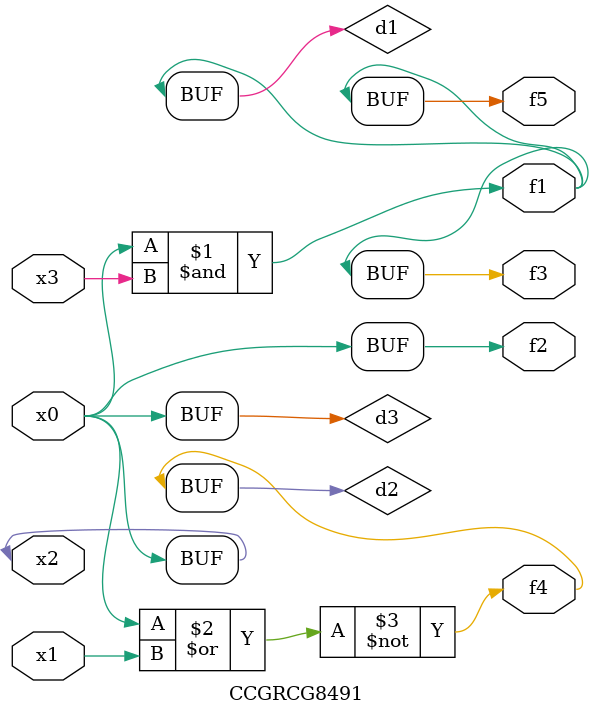
<source format=v>
module CCGRCG8491(
	input x0, x1, x2, x3,
	output f1, f2, f3, f4, f5
);

	wire d1, d2, d3;

	and (d1, x2, x3);
	nor (d2, x0, x1);
	buf (d3, x0, x2);
	assign f1 = d1;
	assign f2 = d3;
	assign f3 = d1;
	assign f4 = d2;
	assign f5 = d1;
endmodule

</source>
